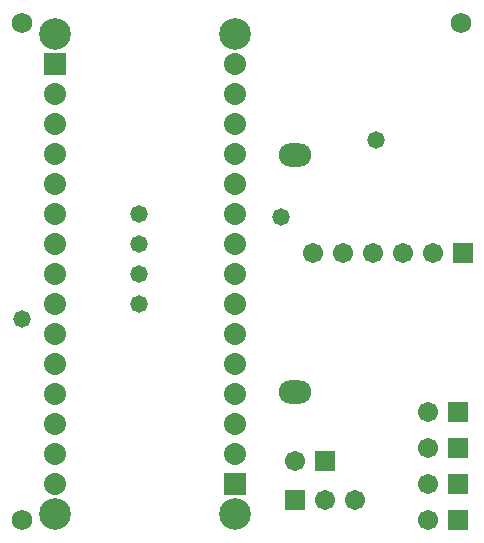
<source format=gbs>
G04*
G04 #@! TF.GenerationSoftware,Altium Limited,Altium Designer,21.2.2 (38)*
G04*
G04 Layer_Color=16711935*
%FSLAX25Y25*%
%MOIN*%
G70*
G04*
G04 #@! TF.SameCoordinates,C48038F6-0F47-47EE-9322-7A70BF747E44*
G04*
G04*
G04 #@! TF.FilePolarity,Negative*
G04*
G01*
G75*
%ADD17C,0.06800*%
%ADD18R,0.06706X0.06706*%
%ADD19C,0.06706*%
%ADD20R,0.07355X0.07355*%
%ADD21C,0.07355*%
%ADD22C,0.10544*%
%ADD23O,0.10800X0.07800*%
%ADD24C,0.05800*%
D17*
X7000Y7000D02*
D03*
Y172500D02*
D03*
X153500D02*
D03*
D18*
X108000Y26500D02*
D03*
X98000Y13500D02*
D03*
X152500Y31000D02*
D03*
Y43000D02*
D03*
Y19000D02*
D03*
Y7000D02*
D03*
X154000Y96000D02*
D03*
D19*
X98000Y26500D02*
D03*
X108000Y13500D02*
D03*
X118000D02*
D03*
X142500Y31000D02*
D03*
Y43000D02*
D03*
Y19000D02*
D03*
Y7000D02*
D03*
X144000Y96000D02*
D03*
X134000D02*
D03*
X124000D02*
D03*
X114000D02*
D03*
X104000D02*
D03*
D20*
X18000Y159000D02*
D03*
X78000Y19000D02*
D03*
D21*
X18000Y149000D02*
D03*
Y139000D02*
D03*
Y129000D02*
D03*
Y119000D02*
D03*
Y109000D02*
D03*
Y99000D02*
D03*
Y89000D02*
D03*
Y79000D02*
D03*
Y69000D02*
D03*
Y59000D02*
D03*
Y49000D02*
D03*
Y39000D02*
D03*
Y29000D02*
D03*
Y19000D02*
D03*
X78000Y29000D02*
D03*
Y39000D02*
D03*
Y49000D02*
D03*
Y59000D02*
D03*
Y69000D02*
D03*
Y79000D02*
D03*
Y89000D02*
D03*
Y99000D02*
D03*
Y109000D02*
D03*
Y119000D02*
D03*
Y129000D02*
D03*
Y139000D02*
D03*
Y149000D02*
D03*
Y159000D02*
D03*
D22*
X18000Y169000D02*
D03*
X78000D02*
D03*
Y9000D02*
D03*
X18000D02*
D03*
D23*
X98000Y49500D02*
D03*
Y128500D02*
D03*
D24*
X93500Y108000D02*
D03*
X46000Y109000D02*
D03*
Y99000D02*
D03*
Y89000D02*
D03*
Y79000D02*
D03*
X7000Y74000D02*
D03*
X125000Y133500D02*
D03*
M02*

</source>
